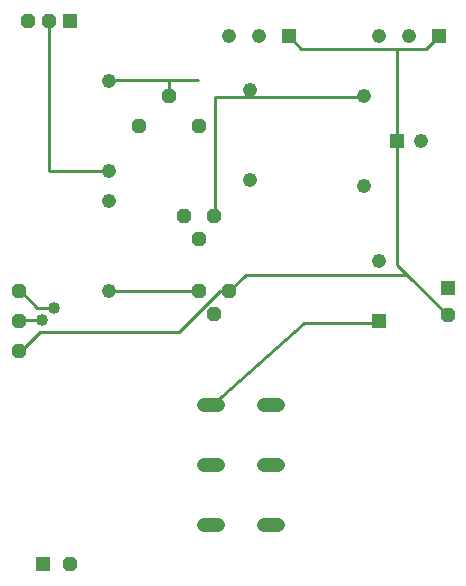
<source format=gbl>
G75*
G70*
%OFA0B0*%
%FSLAX24Y24*%
%IPPOS*%
%LPD*%
%AMOC8*
5,1,8,0,0,1.08239X$1,22.5*
%
%ADD10R,0.0476X0.0476*%
%ADD11C,0.0476*%
%ADD12OC8,0.0476*%
%ADD13C,0.0476*%
%ADD14C,0.0100*%
%ADD15C,0.0400*%
D10*
X001401Y001102D03*
X012601Y009202D03*
X014901Y010302D03*
X013207Y015202D03*
X014601Y018702D03*
X009601Y018702D03*
X002301Y019202D03*
D11*
X003601Y017202D03*
X003601Y014202D03*
X003601Y013202D03*
X003601Y010202D03*
X008301Y013902D03*
X008301Y016902D03*
X008601Y018702D03*
X007601Y018702D03*
X012101Y016702D03*
X013994Y015202D03*
X012101Y013702D03*
X012601Y011202D03*
X012601Y018702D03*
X013601Y018702D03*
D12*
X007101Y012702D03*
X006601Y011952D03*
X006101Y012702D03*
X006601Y010202D03*
X007101Y009452D03*
X007601Y010202D03*
X006601Y015702D03*
X005601Y016702D03*
X004601Y015702D03*
X001601Y019202D03*
X000901Y019202D03*
X000601Y010202D03*
X000601Y009202D03*
X000601Y008202D03*
X002301Y001102D03*
X014901Y009402D03*
D13*
X009239Y006402D02*
X008763Y006402D01*
X007239Y006402D02*
X006763Y006402D01*
X006763Y004402D02*
X007239Y004402D01*
X008763Y004402D02*
X009239Y004402D01*
X009239Y002402D02*
X008763Y002402D01*
X007239Y002402D02*
X006763Y002402D01*
D14*
X007001Y006402D02*
X007041Y006402D01*
X010101Y009162D01*
X012581Y009162D01*
X012601Y009202D01*
X013541Y010762D02*
X008181Y010762D01*
X007621Y010202D01*
X007601Y010202D01*
X007301Y010202D01*
X005941Y008842D01*
X001301Y008842D01*
X000661Y008202D01*
X000601Y008202D01*
X000601Y009202D02*
X000661Y009242D01*
X001381Y009242D01*
X001221Y009642D02*
X001781Y009642D01*
X001221Y009642D02*
X000661Y010202D01*
X000601Y010202D01*
X003601Y010202D02*
X006601Y010202D01*
X007101Y012702D02*
X007141Y012762D01*
X007141Y016682D01*
X012101Y016682D01*
X012101Y016702D01*
X013221Y015242D02*
X013221Y018282D01*
X010021Y018282D01*
X009601Y018702D01*
X006581Y017242D02*
X005621Y017242D01*
X005621Y016762D01*
X005601Y016702D01*
X005621Y017242D02*
X003621Y017242D01*
X003601Y017202D01*
X001621Y019162D02*
X001601Y019202D01*
X001621Y019162D02*
X001621Y014202D01*
X003601Y014202D01*
X013207Y015202D02*
X013221Y015162D01*
X013221Y011082D01*
X013541Y010762D01*
X014901Y009402D01*
X013207Y015202D02*
X013221Y015242D01*
X013221Y018282D02*
X014181Y018282D01*
X014601Y018702D01*
D15*
X001781Y009642D03*
X001381Y009242D03*
M02*

</source>
